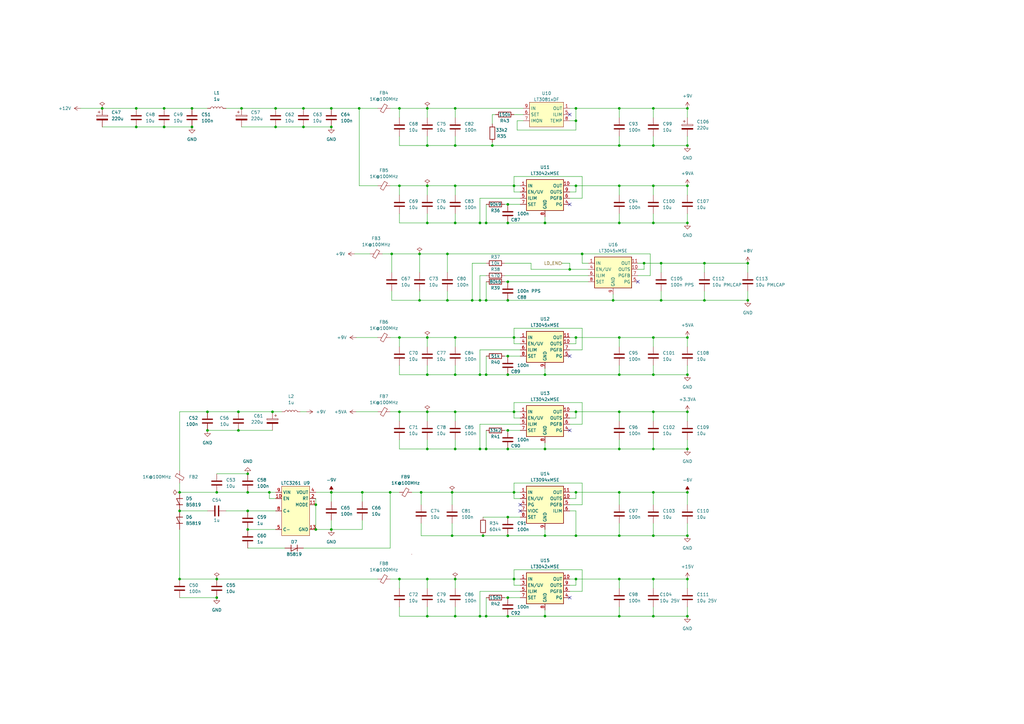
<source format=kicad_sch>
(kicad_sch (version 20230121) (generator eeschema)
  (paper "A3")
  (title_block (title "analog supply") (date "2023-11-09") (rev "r0_3") (company "M-Labs Limited") (comment 1 "Linus Woo Chun Kit"))
  (junction (at 175.26 237.49))
  (junction (at 223.52 184.15))
  (junction (at 236.22 76.2))
  (junction (at 210.82 201.93))
  (junction (at 78.74 44.45))
  (junction (at 210.82 76.2))
  (junction (at 236.22 168.91))
  (junction (at 185.42 219.71))
  (junction (at 101.6 217.17))
  (junction (at 254 184.15))
  (junction (at 208.28 245.11))
  (junction (at 185.42 201.93))
  (junction (at 208.28 176.53))
  (junction (at 135.89 217.17))
  (junction (at 147.32 44.45))
  (junction (at 193.675 123.19))
  (junction (at 210.82 138.43))
  (junction (at 254 91.44))
  (junction (at 236.22 49.53))
  (junction (at 208.28 252.73))
  (junction (at 196.85 184.15))
  (junction (at 88.9 237.49))
  (junction (at 199.39 252.73))
  (junction (at 186.69 138.43))
  (junction (at 208.28 184.15))
  (junction (at 78.74 52.07))
  (junction (at 254 44.45))
  (junction (at 238.76 104.14))
  (junction (at 267.97 76.2))
  (junction (at 199.39 153.67))
  (junction (at 254 237.49))
  (junction (at 111.76 168.91))
  (junction (at 163.83 76.2))
  (junction (at 306.705 107.95))
  (junction (at 99.06 44.45))
  (junction (at 67.31 52.07))
  (junction (at 175.26 59.69))
  (junction (at 267.97 201.93))
  (junction (at 113.03 52.07))
  (junction (at 175.26 153.67))
  (junction (at 175.26 91.44))
  (junction (at 41.91 44.45))
  (junction (at 281.94 138.43))
  (junction (at 267.97 138.43))
  (junction (at 172.085 104.14))
  (junction (at 85.09 168.91))
  (junction (at 196.85 91.44))
  (junction (at 199.39 123.19))
  (junction (at 267.97 252.73))
  (junction (at 281.94 237.49))
  (junction (at 186.69 252.73))
  (junction (at 208.28 123.19))
  (junction (at 254 219.71))
  (junction (at 97.79 168.91))
  (junction (at 148.59 201.93))
  (junction (at 223.52 153.67))
  (junction (at 223.52 91.44))
  (junction (at 236.22 44.45))
  (junction (at 101.6 209.55))
  (junction (at 281.94 76.2))
  (junction (at 281.94 201.93))
  (junction (at 281.94 168.91))
  (junction (at 183.515 104.14))
  (junction (at 306.705 123.19))
  (junction (at 281.94 44.45))
  (junction (at 186.69 237.49))
  (junction (at 186.69 184.15))
  (junction (at 163.83 168.91))
  (junction (at 236.22 219.71))
  (junction (at 254 168.91))
  (junction (at 281.94 252.73))
  (junction (at 251.46 123.19))
  (junction (at 186.69 76.2))
  (junction (at 198.12 219.71))
  (junction (at 281.94 184.15))
  (junction (at 267.97 44.45))
  (junction (at 135.89 201.93))
  (junction (at 233.68 110.49))
  (junction (at 186.69 91.44))
  (junction (at 267.97 168.91))
  (junction (at 175.26 168.91))
  (junction (at 281.94 219.71))
  (junction (at 160.02 201.93))
  (junction (at 186.69 59.69))
  (junction (at 208.28 83.82))
  (junction (at 135.89 52.07))
  (junction (at 236.22 201.93))
  (junction (at 113.03 44.45))
  (junction (at 254 153.67))
  (junction (at 254 138.43))
  (junction (at 210.82 168.91))
  (junction (at 281.94 91.44))
  (junction (at 254 59.69))
  (junction (at 267.97 184.15))
  (junction (at 288.925 123.19))
  (junction (at 254 76.2))
  (junction (at 101.6 201.93))
  (junction (at 163.83 138.43))
  (junction (at 183.515 123.19))
  (junction (at 175.26 252.73))
  (junction (at 135.89 44.45))
  (junction (at 196.85 123.19))
  (junction (at 208.28 91.44))
  (junction (at 172.72 201.93))
  (junction (at 208.28 153.67))
  (junction (at 73.66 209.55))
  (junction (at 201.93 59.69))
  (junction (at 267.97 237.49))
  (junction (at 208.28 212.09))
  (junction (at 196.85 252.73))
  (junction (at 124.46 52.07))
  (junction (at 175.26 184.15))
  (junction (at 160.655 104.14))
  (junction (at 186.69 153.67))
  (junction (at 88.9 201.93))
  (junction (at 254 201.93))
  (junction (at 85.09 176.53))
  (junction (at 110.49 201.93))
  (junction (at 208.28 115.57))
  (junction (at 264.16 107.95))
  (junction (at 267.97 219.71))
  (junction (at 208.28 146.05))
  (junction (at 223.52 252.73))
  (junction (at 73.66 201.93))
  (junction (at 172.085 123.19))
  (junction (at 281.94 59.69))
  (junction (at 97.79 176.53))
  (junction (at 267.97 59.69))
  (junction (at 55.88 52.07))
  (junction (at 236.22 237.49))
  (junction (at 281.94 153.67))
  (junction (at 223.52 219.71))
  (junction (at 208.28 219.71))
  (junction (at 288.925 107.95))
  (junction (at 175.26 76.2))
  (junction (at 175.26 138.43))
  (junction (at 163.83 44.45))
  (junction (at 199.39 184.15))
  (junction (at 101.6 194.31))
  (junction (at 88.9 245.11))
  (junction (at 267.97 91.44))
  (junction (at 271.145 123.19))
  (junction (at 175.26 44.45))
  (junction (at 210.82 237.49))
  (junction (at 254 252.73))
  (junction (at 73.66 237.49))
  (junction (at 163.83 237.49))
  (junction (at 186.69 168.91))
  (junction (at 129.54 207.01))
  (junction (at 67.31 44.45))
  (junction (at 267.97 153.67))
  (junction (at 124.46 44.45))
  (junction (at 55.88 44.45))
  (junction (at 186.69 44.45))
  (junction (at 271.145 107.95))
  (junction (at 129.54 217.17))
  (junction (at 236.22 138.43))
  (junction (at 199.39 91.44))
  (junction (at 196.85 153.67))
  (no_connect (at 233.68 176.53))
  (no_connect (at 233.68 245.11))
  (no_connect (at 261.62 115.57))
  (no_connect (at 233.68 46.99))
  (no_connect (at 213.36 209.55))
  (no_connect (at 213.36 207.01))
  (no_connect (at 233.68 83.82))
  (no_connect (at 233.68 146.05))
  (wire (pts (xy 88.9 201.93) (xy 101.6 201.93)))
  (wire (pts (xy 207.01 176.53) (xy 208.28 176.53)))
  (wire (pts (xy 267.97 214.63) (xy 267.97 219.71)))
  (wire (pts (xy 267.97 153.67) (xy 267.97 149.86)))
  (wire (pts (xy 196.85 81.28) (xy 196.85 91.44)))
  (wire (pts (xy 175.26 241.3) (xy 175.26 237.49)))
  (wire (pts (xy 160.02 237.49) (xy 163.83 237.49)))
  (wire (pts (xy 254 237.49) (xy 254 241.3)))
  (wire (pts (xy 233.68 140.97) (xy 236.22 140.97)))
  (wire (pts (xy 148.59 201.93) (xy 148.59 205.74)))
  (wire (pts (xy 281.94 252.73) (xy 281.94 248.92)))
  (wire (pts (xy 271.145 107.95) (xy 271.145 111.76)))
  (wire (pts (xy 135.89 213.36) (xy 135.89 217.17)))
  (wire (pts (xy 163.83 252.73) (xy 163.83 248.92)))
  (wire (pts (xy 208.28 176.53) (xy 213.36 176.53)))
  (wire (pts (xy 124.46 44.45) (xy 135.89 44.45)))
  (wire (pts (xy 135.89 217.17) (xy 129.54 217.17)))
  (wire (pts (xy 201.93 58.42) (xy 201.93 59.69)))
  (wire (pts (xy 196.85 91.44) (xy 199.39 91.44)))
  (wire (pts (xy 288.925 107.95) (xy 288.925 111.76)))
  (wire (pts (xy 267.97 252.73) (xy 281.94 252.73)))
  (wire (pts (xy 156.845 104.14) (xy 160.655 104.14)))
  (wire (pts (xy 186.69 172.72) (xy 186.69 168.91)))
  (wire (pts (xy 196.85 113.03) (xy 199.39 113.03)))
  (wire (pts (xy 236.22 219.71) (xy 223.52 219.71)))
  (wire (pts (xy 172.085 123.19) (xy 183.515 123.19)))
  (wire (pts (xy 175.26 252.73) (xy 175.26 248.92)))
  (wire (pts (xy 183.515 123.19) (xy 193.675 123.19)))
  (wire (pts (xy 185.42 219.71) (xy 198.12 219.71)))
  (wire (pts (xy 201.93 50.8) (xy 201.93 46.99)))
  (wire (pts (xy 267.97 153.67) (xy 281.94 153.67)))
  (wire (pts (xy 85.09 176.53) (xy 97.79 176.53)))
  (wire (pts (xy 207.01 115.57) (xy 208.28 115.57)))
  (wire (pts (xy 172.085 123.19) (xy 172.085 119.38)))
  (wire (pts (xy 210.82 76.2) (xy 213.36 76.2)))
  (wire (pts (xy 85.09 168.91) (xy 97.79 168.91)))
  (wire (pts (xy 163.83 59.69) (xy 175.26 59.69)))
  (wire (pts (xy 210.82 237.49) (xy 213.36 237.49)))
  (wire (pts (xy 254 219.71) (xy 254 214.63)))
  (wire (pts (xy 199.39 184.15) (xy 208.28 184.15)))
  (wire (pts (xy 129.54 201.93) (xy 135.89 201.93)))
  (wire (pts (xy 175.26 142.24) (xy 175.26 138.43)))
  (wire (pts (xy 199.39 252.73) (xy 208.28 252.73)))
  (wire (pts (xy 186.69 80.01) (xy 186.69 76.2)))
  (wire (pts (xy 199.39 245.11) (xy 199.39 252.73)))
  (wire (pts (xy 172.72 214.63) (xy 172.72 219.71)))
  (wire (pts (xy 92.71 209.55) (xy 101.6 209.55)))
  (wire (pts (xy 183.515 104.14) (xy 238.76 104.14)))
  (wire (pts (xy 208.28 184.15) (xy 223.52 184.15)))
  (wire (pts (xy 175.26 184.15) (xy 186.69 184.15)))
  (wire (pts (xy 208.28 91.44) (xy 223.52 91.44)))
  (wire (pts (xy 213.36 204.47) (xy 210.82 204.47)))
  (wire (pts (xy 135.89 44.45) (xy 147.32 44.45)))
  (wire (pts (xy 254 219.71) (xy 267.97 219.71)))
  (wire (pts (xy 208.28 115.57) (xy 241.3 115.57)))
  (wire (pts (xy 163.83 252.73) (xy 175.26 252.73)))
  (wire (pts (xy 185.42 201.93) (xy 210.82 201.93)))
  (wire (pts (xy 186.69 168.91) (xy 210.82 168.91)))
  (wire (pts (xy 199.39 115.57) (xy 199.39 123.19)))
  (wire (pts (xy 175.26 76.2) (xy 186.69 76.2)))
  (wire (pts (xy 186.69 91.44) (xy 186.69 87.63)))
  (wire (pts (xy 199.39 146.05) (xy 199.39 153.67)))
  (wire (pts (xy 254 153.67) (xy 254 149.86)))
  (wire (pts (xy 238.76 134.62) (xy 210.82 134.62)))
  (wire (pts (xy 199.39 153.67) (xy 208.28 153.67)))
  (wire (pts (xy 172.72 219.71) (xy 185.42 219.71)))
  (wire (pts (xy 223.52 91.44) (xy 254 91.44)))
  (wire (pts (xy 236.22 240.03) (xy 236.22 237.49)))
  (wire (pts (xy 101.6 224.79) (xy 116.84 224.79)))
  (wire (pts (xy 198.12 219.71) (xy 208.28 219.71)))
  (wire (pts (xy 254 184.15) (xy 254 180.34)))
  (wire (pts (xy 210.82 140.97) (xy 210.82 138.43)))
  (wire (pts (xy 55.88 52.07) (xy 67.31 52.07)))
  (wire (pts (xy 196.85 81.28) (xy 213.36 81.28)))
  (wire (pts (xy 267.97 59.69) (xy 254 59.69)))
  (wire (pts (xy 212.09 49.53) (xy 214.63 49.53)))
  (wire (pts (xy 271.145 107.95) (xy 288.925 107.95)))
  (wire (pts (xy 267.97 91.44) (xy 267.97 87.63)))
  (wire (pts (xy 223.52 250.19) (xy 223.52 252.73)))
  (wire (pts (xy 271.145 123.19) (xy 271.145 119.38)))
  (wire (pts (xy 254 201.93) (xy 267.97 201.93)))
  (wire (pts (xy 186.69 44.45) (xy 214.63 44.45)))
  (wire (pts (xy 196.85 173.99) (xy 213.36 173.99)))
  (wire (pts (xy 175.26 184.15) (xy 175.26 180.34)))
  (wire (pts (xy 261.62 113.03) (xy 266.7 113.03)))
  (wire (pts (xy 238.76 107.95) (xy 241.3 107.95)))
  (wire (pts (xy 186.69 241.3) (xy 186.69 237.49)))
  (wire (pts (xy 254 237.49) (xy 267.97 237.49)))
  (wire (pts (xy 146.05 168.91) (xy 154.94 168.91)))
  (wire (pts (xy 236.22 237.49) (xy 254 237.49)))
  (wire (pts (xy 210.82 201.93) (xy 213.36 201.93)))
  (wire (pts (xy 236.22 44.45) (xy 236.22 49.53)))
  (wire (pts (xy 207.01 245.11) (xy 208.28 245.11)))
  (wire (pts (xy 210.82 78.74) (xy 210.82 76.2)))
  (wire (pts (xy 196.85 252.73) (xy 199.39 252.73)))
  (wire (pts (xy 186.69 153.67) (xy 196.85 153.67)))
  (wire (pts (xy 236.22 219.71) (xy 254 219.71)))
  (wire (pts (xy 210.82 138.43) (xy 213.36 138.43)))
  (wire (pts (xy 73.66 198.12) (xy 73.66 201.93)))
  (wire (pts (xy 238.76 173.99) (xy 238.76 165.1)))
  (wire (pts (xy 175.26 172.72) (xy 175.26 168.91)))
  (wire (pts (xy 113.03 52.07) (xy 124.46 52.07)))
  (wire (pts (xy 73.66 237.49) (xy 73.66 217.17)))
  (wire (pts (xy 238.76 165.1) (xy 210.82 165.1)))
  (wire (pts (xy 208.28 123.19) (xy 251.46 123.19)))
  (wire (pts (xy 199.39 107.95) (xy 193.675 107.95)))
  (wire (pts (xy 113.03 44.45) (xy 124.46 44.45)))
  (wire (pts (xy 281.94 76.2) (xy 281.94 80.01)))
  (wire (pts (xy 163.83 172.72) (xy 163.83 168.91)))
  (wire (pts (xy 281.94 184.15) (xy 281.94 180.34)))
  (wire (pts (xy 201.93 46.99) (xy 203.2 46.99)))
  (wire (pts (xy 266.7 104.14) (xy 238.76 104.14)))
  (wire (pts (xy 210.82 240.03) (xy 210.82 237.49)))
  (wire (pts (xy 281.94 168.91) (xy 281.94 172.72)))
  (wire (pts (xy 160.655 104.14) (xy 172.085 104.14)))
  (wire (pts (xy 233.68 143.51) (xy 238.76 143.51)))
  (wire (pts (xy 254 48.26) (xy 254 44.45)))
  (wire (pts (xy 196.85 113.03) (xy 196.85 123.19)))
  (wire (pts (xy 236.22 201.93) (xy 254 201.93)))
  (wire (pts (xy 73.66 237.49) (xy 88.9 237.49)))
  (wire (pts (xy 175.26 168.91) (xy 186.69 168.91)))
  (wire (pts (xy 233.68 240.03) (xy 236.22 240.03)))
  (wire (pts (xy 201.93 59.69) (xy 254 59.69)))
  (wire (pts (xy 175.26 44.45) (xy 186.69 44.45)))
  (wire (pts (xy 160.02 44.45) (xy 163.83 44.45)))
  (wire (pts (xy 124.46 52.07) (xy 135.89 52.07)))
  (wire (pts (xy 236.22 138.43) (xy 254 138.43)))
  (wire (pts (xy 110.49 201.93) (xy 113.03 201.93)))
  (wire (pts (xy 233.68 173.99) (xy 238.76 173.99)))
  (wire (pts (xy 217.805 107.95) (xy 217.805 110.49)))
  (wire (pts (xy 210.82 134.62) (xy 210.82 138.43)))
  (wire (pts (xy 267.97 76.2) (xy 267.97 80.01)))
  (wire (pts (xy 267.97 138.43) (xy 281.94 138.43)))
  (wire (pts (xy 254 44.45) (xy 267.97 44.45)))
  (wire (pts (xy 254 91.44) (xy 267.97 91.44)))
  (wire (pts (xy 288.925 123.19) (xy 288.925 119.38)))
  (wire (pts (xy 266.7 113.03) (xy 266.7 104.14)))
  (wire (pts (xy 223.52 151.13) (xy 223.52 153.67)))
  (wire (pts (xy 233.68 110.49) (xy 241.3 110.49)))
  (wire (pts (xy 233.68 138.43) (xy 236.22 138.43)))
  (wire (pts (xy 163.83 59.69) (xy 163.83 55.88)))
  (wire (pts (xy 233.68 81.28) (xy 238.76 81.28)))
  (wire (pts (xy 196.85 153.67) (xy 199.39 153.67)))
  (wire (pts (xy 160.655 123.19) (xy 172.085 123.19)))
  (wire (pts (xy 223.52 181.61) (xy 223.52 184.15)))
  (wire (pts (xy 113.03 204.47) (xy 110.49 204.47)))
  (wire (pts (xy 73.66 245.11) (xy 88.9 245.11)))
  (wire (pts (xy 186.69 59.69) (xy 201.93 59.69)))
  (wire (pts (xy 186.69 153.67) (xy 186.69 149.86)))
  (wire (pts (xy 183.515 123.19) (xy 183.515 119.38)))
  (wire (pts (xy 233.68 76.2) (xy 236.22 76.2)))
  (wire (pts (xy 185.42 214.63) (xy 185.42 219.71)))
  (wire (pts (xy 208.28 252.73) (xy 223.52 252.73)))
  (wire (pts (xy 175.26 252.73) (xy 186.69 252.73)))
  (wire (pts (xy 168.91 201.93) (xy 172.72 201.93)))
  (wire (pts (xy 186.69 48.26) (xy 186.69 44.45)))
  (wire (pts (xy 135.89 201.93) (xy 148.59 201.93)))
  (wire (pts (xy 115.57 168.91) (xy 111.76 168.91)))
  (wire (pts (xy 123.19 168.91) (xy 125.73 168.91)))
  (wire (pts (xy 267.97 44.45) (xy 281.94 44.45)))
  (wire (pts (xy 199.39 176.53) (xy 199.39 184.15)))
  (wire (pts (xy 254 168.91) (xy 254 172.72)))
  (wire (pts (xy 254 201.93) (xy 254 207.01)))
  (wire (pts (xy 185.42 201.93) (xy 185.42 207.01)))
  (wire (pts (xy 135.89 201.93) (xy 135.89 205.74)))
  (wire (pts (xy 213.36 78.74) (xy 210.82 78.74)))
  (wire (pts (xy 267.97 48.26) (xy 267.97 44.45)))
  (wire (pts (xy 163.83 237.49) (xy 175.26 237.49)))
  (wire (pts (xy 196.85 143.51) (xy 213.36 143.51)))
  (wire (pts (xy 186.69 252.73) (xy 186.69 248.92)))
  (wire (pts (xy 175.26 153.67) (xy 175.26 149.86)))
  (wire (pts (xy 233.68 168.91) (xy 236.22 168.91)))
  (wire (pts (xy 212.09 49.53) (xy 212.09 53.34)))
  (wire (pts (xy 186.69 138.43) (xy 210.82 138.43)))
  (wire (pts (xy 236.22 49.53) (xy 233.68 49.53)))
  (wire (pts (xy 271.145 123.19) (xy 288.925 123.19)))
  (wire (pts (xy 233.68 171.45) (xy 236.22 171.45)))
  (wire (pts (xy 254 91.44) (xy 254 87.63)))
  (wire (pts (xy 238.76 81.28) (xy 238.76 72.39)))
  (wire (pts (xy 213.36 240.03) (xy 210.82 240.03)))
  (wire (pts (xy 236.22 209.55) (xy 236.22 219.71)))
  (wire (pts (xy 163.83 80.01) (xy 163.83 76.2)))
  (wire (pts (xy 254 153.67) (xy 267.97 153.67)))
  (wire (pts (xy 101.6 217.17) (xy 113.03 217.17)))
  (wire (pts (xy 163.83 241.3) (xy 163.83 237.49)))
  (wire (pts (xy 233.68 242.57) (xy 238.76 242.57)))
  (wire (pts (xy 236.22 168.91) (xy 254 168.91)))
  (wire (pts (xy 223.52 219.71) (xy 223.52 217.17)))
  (wire (pts (xy 160.02 224.79) (xy 160.02 201.93)))
  (wire (pts (xy 163.83 48.26) (xy 163.83 44.45)))
  (wire (pts (xy 236.22 53.34) (xy 236.22 49.53)))
  (wire (pts (xy 78.74 44.45) (xy 85.09 44.45)))
  (wire (pts (xy 267.97 201.93) (xy 281.94 201.93)))
  (wire (pts (xy 148.59 217.17) (xy 135.89 217.17)))
  (wire (pts (xy 92.71 44.45) (xy 99.06 44.45)))
  (wire (pts (xy 281.94 44.45) (xy 281.94 48.26)))
  (wire (pts (xy 175.26 48.26) (xy 175.26 44.45)))
  (wire (pts (xy 163.83 153.67) (xy 175.26 153.67)))
  (wire (pts (xy 175.26 153.67) (xy 186.69 153.67)))
  (wire (pts (xy 160.02 201.93) (xy 163.83 201.93)))
  (wire (pts (xy 267.97 237.49) (xy 281.94 237.49)))
  (wire (pts (xy 172.085 111.76) (xy 172.085 104.14)))
  (wire (pts (xy 207.01 107.95) (xy 217.805 107.95)))
  (wire (pts (xy 110.49 204.47) (xy 110.49 201.93)))
  (wire (pts (xy 175.26 59.69) (xy 175.26 55.88)))
  (wire (pts (xy 210.82 168.91) (xy 213.36 168.91)))
  (wire (pts (xy 267.97 201.93) (xy 267.97 207.01)))
  (wire (pts (xy 198.12 212.09) (xy 208.28 212.09)))
  (wire (pts (xy 254 252.73) (xy 254 248.92)))
  (wire (pts (xy 233.68 78.74) (xy 236.22 78.74)))
  (wire (pts (xy 172.72 201.93) (xy 172.72 207.01)))
  (wire (pts (xy 33.02 44.45) (xy 41.91 44.45)))
  (wire (pts (xy 238.76 72.39) (xy 210.82 72.39)))
  (wire (pts (xy 199.39 123.19) (xy 208.28 123.19)))
  (wire (pts (xy 254 252.73) (xy 267.97 252.73)))
  (wire (pts (xy 264.16 107.95) (xy 271.145 107.95)))
  (wire (pts (xy 236.22 140.97) (xy 236.22 138.43)))
  (wire (pts (xy 129.54 207.01) (xy 129.54 217.17)))
  (wire (pts (xy 267.97 252.73) (xy 267.97 248.92)))
  (wire (pts (xy 261.62 110.49) (xy 264.16 110.49)))
  (wire (pts (xy 41.91 44.45) (xy 55.88 44.45)))
  (wire (pts (xy 186.69 59.69) (xy 186.69 55.88)))
  (wire (pts (xy 163.83 76.2) (xy 175.26 76.2)))
  (wire (pts (xy 154.94 76.2) (xy 147.32 76.2)))
  (wire (pts (xy 254 55.88) (xy 254 59.69)))
  (wire (pts (xy 163.83 153.67) (xy 163.83 149.86)))
  (wire (pts (xy 288.925 123.19) (xy 306.705 123.19)))
  (wire (pts (xy 172.085 104.14) (xy 183.515 104.14)))
  (wire (pts (xy 196.85 242.57) (xy 196.85 252.73)))
  (wire (pts (xy 267.97 91.44) (xy 281.94 91.44)))
  (wire (pts (xy 73.66 209.55) (xy 85.09 209.55)))
  (wire (pts (xy 186.69 237.49) (xy 210.82 237.49)))
  (wire (pts (xy 101.6 201.93) (xy 110.49 201.93)))
  (wire (pts (xy 99.06 44.45) (xy 113.03 44.45)))
  (wire (pts (xy 186.69 184.15) (xy 186.69 180.34)))
  (wire (pts (xy 264.16 110.49) (xy 264.16 107.95)))
  (wire (pts (xy 73.66 168.91) (xy 73.66 193.04)))
  (wire (pts (xy 210.82 46.99) (xy 214.63 46.99)))
  (wire (pts (xy 147.32 44.45) (xy 147.32 76.2)))
  (wire (pts (xy 145.415 104.14) (xy 151.765 104.14)))
  (wire (pts (xy 175.26 91.44) (xy 186.69 91.44)))
  (wire (pts (xy 261.62 107.95) (xy 264.16 107.95)))
  (wire (pts (xy 210.82 72.39) (xy 210.82 76.2)))
  (wire (pts (xy 254 76.2) (xy 267.97 76.2)))
  (wire (pts (xy 233.68 237.49) (xy 236.22 237.49)))
  (wire (pts (xy 193.675 123.19) (xy 196.85 123.19)))
  (wire (pts (xy 196.85 123.19) (xy 199.39 123.19)))
  (wire (pts (xy 238.76 198.12) (xy 210.82 198.12)))
  (wire (pts (xy 233.68 44.45) (xy 236.22 44.45)))
  (wire (pts (xy 146.05 138.43) (xy 154.94 138.43)))
  (wire (pts (xy 196.85 143.51) (xy 196.85 153.67)))
  (wire (pts (xy 281.94 91.44) (xy 281.94 87.63)))
  (wire (pts (xy 41.91 52.07) (xy 55.88 52.07)))
  (wire (pts (xy 196.85 173.99) (xy 196.85 184.15)))
  (wire (pts (xy 281.94 138.43) (xy 281.94 142.24)))
  (wire (pts (xy 281.94 153.67) (xy 281.94 149.86)))
  (wire (pts (xy 233.68 204.47) (xy 236.22 204.47)))
  (wire (pts (xy 199.39 91.44) (xy 208.28 91.44)))
  (wire (pts (xy 230.505 107.95) (xy 233.68 107.95)))
  (wire (pts (xy 238.76 207.01) (xy 238.76 198.12)))
  (wire (pts (xy 163.83 168.91) (xy 175.26 168.91)))
  (wire (pts (xy 236.22 78.74) (xy 236.22 76.2)))
  (wire (pts (xy 207.01 146.05) (xy 208.28 146.05)))
  (wire (pts (xy 196.85 184.15) (xy 199.39 184.15)))
  (wire (pts (xy 233.68 107.95) (xy 233.68 110.49)))
  (wire (pts (xy 212.09 53.34) (xy 236.22 53.34)))
  (wire (pts (xy 196.85 242.57) (xy 213.36 242.57)))
  (wire (pts (xy 208.28 153.67) (xy 223.52 153.67)))
  (wire (pts (xy 210.82 171.45) (xy 210.82 168.91)))
  (wire (pts (xy 186.69 76.2) (xy 210.82 76.2)))
  (wire (pts (xy 210.82 198.12) (xy 210.82 201.93)))
  (wire (pts (xy 147.32 44.45) (xy 154.94 44.45)))
  (wire (pts (xy 213.36 140.97) (xy 210.82 140.97)))
  (wire (pts (xy 238.76 242.57) (xy 238.76 233.68)))
  (wire (pts (xy 88.9 194.31) (xy 101.6 194.31)))
  (wire (pts (xy 306.705 123.19) (xy 306.705 119.38)))
  (wire (pts (xy 267.97 168.91) (xy 267.97 172.72)))
  (wire (pts (xy 267.97 76.2) (xy 281.94 76.2)))
  (wire (pts (xy 186.69 142.24) (xy 186.69 138.43)))
  (wire (pts (xy 281.94 55.88) (xy 281.94 59.69)))
  (wire (pts (xy 67.31 52.07) (xy 78.74 52.07)))
  (wire (pts (xy 210.82 204.47) (xy 210.82 201.93)))
  (wire (pts (xy 238.76 233.68) (xy 210.82 233.68)))
  (wire (pts (xy 254 138.43) (xy 267.97 138.43)))
  (wire (pts (xy 251.46 120.65) (xy 251.46 123.19)))
  (wire (pts (xy 267.97 219.71) (xy 281.94 219.71)))
  (wire (pts (xy 208.28 245.11) (xy 213.36 245.11)))
  (wire (pts (xy 223.52 88.9) (xy 223.52 91.44)))
  (wire (pts (xy 73.66 168.91) (xy 85.09 168.91)))
  (wire (pts (xy 267.97 237.49) (xy 267.97 241.3)))
  (wire (pts (xy 254 184.15) (xy 267.97 184.15)))
  (wire (pts (xy 236.22 171.45) (xy 236.22 168.91)))
  (wire (pts (xy 210.82 233.68) (xy 210.82 237.49)))
  (wire (pts (xy 160.655 111.76) (xy 160.655 104.14)))
  (wire (pts (xy 55.88 44.45) (xy 67.31 44.45)))
  (wire (pts (xy 199.39 83.82) (xy 199.39 91.44)))
  (wire (pts (xy 160.02 168.91) (xy 163.83 168.91)))
  (wire (pts (xy 124.46 224.79) (xy 160.02 224.79)))
  (wire (pts (xy 254 138.43) (xy 254 142.24)))
  (wire (pts (xy 208.28 212.09) (xy 213.36 212.09)))
  (wire (pts (xy 210.82 165.1) (xy 210.82 168.91)))
  (wire (pts (xy 288.925 107.95) (xy 306.705 107.95)))
  (wire (pts (xy 160.02 76.2) (xy 163.83 76.2)))
  (wire (pts (xy 160.655 123.19) (xy 160.655 119.38)))
  (wire (pts (xy 67.31 44.45) (xy 78.74 44.45)))
  (wire (pts (xy 175.26 59.69) (xy 186.69 59.69)))
  (wire (pts (xy 163.83 184.15) (xy 175.26 184.15)))
  (wire (pts (xy 208.28 146.05) (xy 213.36 146.05)))
  (wire (pts (xy 175.26 237.49) (xy 186.69 237.49)))
  (wire (pts (xy 254 168.91) (xy 267.97 168.91)))
  (wire (pts (xy 111.76 168.91) (xy 97.79 168.91)))
  (wire (pts (xy 183.515 111.76) (xy 183.515 104.14)))
  (wire (pts (xy 160.02 201.93) (xy 148.59 201.93)))
  (wire (pts (xy 172.72 201.93) (xy 185.42 201.93)))
  (wire (pts (xy 175.26 91.44) (xy 175.26 87.63)))
  (wire (pts (xy 281.94 201.93) (xy 281.94 207.01)))
  (wire (pts (xy 99.06 52.07) (xy 113.03 52.07)))
  (wire (pts (xy 101.6 209.55) (xy 113.03 209.55)))
  (wire (pts (xy 223.52 153.67) (xy 254 153.67)))
  (wire (pts (xy 238.76 143.51) (xy 238.76 134.62)))
  (wire (pts (xy 73.66 201.93) (xy 88.9 201.93)))
  (wire (pts (xy 175.26 138.43) (xy 186.69 138.43)))
  (wire (pts (xy 267.97 168.91) (xy 281.94 168.91)))
  (wire (pts (xy 233.68 207.01) (xy 238.76 207.01)))
  (wire (pts (xy 163.83 91.44) (xy 175.26 91.44)))
  (wire (pts (xy 236.22 76.2) (xy 254 76.2)))
  (wire (pts (xy 236.22 204.47) (xy 236.22 201.93)))
  (wire (pts (xy 193.675 107.95) (xy 193.675 123.19)))
  (wire (pts (xy 236.22 44.45) (xy 254 44.45)))
  (wire (pts (xy 160.02 138.43) (xy 163.83 138.43)))
  (wire (pts (xy 208.28 219.71) (xy 223.52 219.71)))
  (wire (pts (xy 236.22 209.55) (xy 233.68 209.55)))
  (wire (pts (xy 111.76 176.53) (xy 97.79 176.53)))
  (wire (pts (xy 186.69 184.15) (xy 196.85 184.15)))
  (wire (pts (xy 267.97 184.15) (xy 267.97 180.34)))
  (wire (pts (xy 207.01 83.82) (xy 208.28 83.82)))
  (wire (pts (xy 267.97 138.43) (xy 267.97 142.24)))
  (wire (pts (xy 217.805 110.49) (xy 233.68 110.49)))
  (wire (pts (xy 213.36 171.45) (xy 210.82 171.45)))
  (wire (pts (xy 233.68 201.93) (xy 236.22 201.93)))
  (wire (pts (xy 254 76.2) (xy 254 80.01)))
  (wire (pts (xy 251.46 123.19) (xy 271.145 123.19)))
  (wire (pts (xy 163.83 44.45) (xy 175.26 44.45)))
  (wire (pts (xy 223.52 184.15) (xy 254 184.15)))
  (wire (pts (xy 163.83 138.43) (xy 175.26 138.43)))
  (wire (pts (xy 208.28 83.82) (xy 213.36 83.82)))
  (wire (pts (xy 186.69 91.44) (xy 196.85 91.44)))
  (wire (pts (xy 163.83 91.44) (xy 163.83 87.63)))
  (wire (pts (xy 306.705 107.95) (xy 306.705 111.76)))
  (wire (pts (xy 281.94 237.49) (xy 281.94 241.3)))
  (wire (pts (xy 148.59 213.36) (xy 148.59 217.17)))
  (wire (pts (xy 267.97 55.88) (xy 267.97 59.69)))
  (wire (pts (xy 129.54 204.47) (xy 129.54 207.01)))
  (wire (pts (xy 267.97 59.69) (xy 281.94 59.69)))
  (wire (pts (xy 223.52 252.73) (xy 254 252.73)))
  (wire (pts (xy 186.69 252.73) (xy 196.85 252.73)))
  (wire (pts (xy 267.97 184.15) (xy 281.94 184.15)))
  (wire (pts (xy 238.76 104.14) (xy 238.76 107.95)))
  (wire (pts (xy 281.94 214.63) (xy 281.94 219.71)))
  (wire (pts (xy 175.26 80.01) (xy 175.26 76.2)))
  (wire (pts (xy 163.83 184.15) (xy 163.83 180.34)))
  (wire (pts (xy 88.9 237.49) (xy 154.94 237.49)))
  (wire (pts (xy 207.01 113.03) (xy 241.3 113.03)))
  (wire (pts (xy 163.83 142.24) (xy 163.83 138.43)))
  (hierarchical_label "LD_EN" (shape input) (at 230.505 107.95 180))
  (symbol (lib_id "Device:R") (at 198.12 215.9 0) (unit 1)
    (property "Reference" "R34" (at 200.66 214.6299 0) (effects (justify left)))
    (property "Value" "60k4" (at 200.66 217.1699 0) (effects (justify left)))
    (property "Footprint" "Resistor_SMD:R_0603_1608Metric" (effects hide))
    (property "MFR_PN" "RT0603FRE0760K4L" (effects hide))
    (property "MFR_PN_ALT" "RC0603FR-0760K4L" (effects hide))
  )
  (symbol (lib_id "Device:C") (at 85.09 172.72 0) (mirror y) (unit 1)
    (property "Reference" "C52" (at 81.28 171.4499 0) (effects (justify left)))
    (property "Value" "100n" (at 81.28 173.9899 0) (effects (justify left)))
    (property "Footprint" "Capacitor_SMD:C_0603_1608Metric" (effects hide))
    (property "MFR_PN" "CL10B104KB8NNWC" (effects hide))
    (property "MFR_PN_ALT" "CL10B104KB8NNNL" (effects hide))
  )
  (symbol (lib_id "Device:C") (at 254 83.82 0) (unit 1)
    (property "Reference" "C94" (at 257.81 82.5499 0) (effects (justify left)))
    (property "Value" "100n" (at 257.81 85.0899 0) (effects (justify left)))
    (property "Footprint" "Capacitor_SMD:C_0603_1608Metric" (effects hide))
    (property "MFR_PN" "CL10B104KB8NNWC" (effects hide))
    (property "MFR_PN_ALT" "CL10B104KB8NNNL" (effects hide))
  )
  (symbol (lib_id "power:+5VA") (at 281.94 138.43 0) (unit 1)
    (property "Reference" "#PWR089" (effects hide))
    (property "Value" "+5VA" (at 281.94 133.35 0))
  )
  (symbol (lib_id "Device:C") (at 101.6 213.36 0) (unit 1)
    (property "Reference" "C59" (at 105.41 212.0899 0) (effects (justify left)))
    (property "Value" "1u" (at 105.41 214.6299 0) (effects (justify left)))
    (property "Footprint" "Capacitor_SMD:C_0603_1608Metric" (effects hide))
    (property "MFR_PN" "CL10B105KA8NNNC" (effects hide))
    (property "MFR_PN_ALT" "CGA3E1X7R1E105K080AC" (effects hide))
  )
  (symbol (lib_id "power:PWR_FLAG") (at 175.26 76.2 0) (unit 1)
    (property "Reference" "#FLG010" (effects hide))
    (property "Value" "PWR_FLAG" (effects hide))
  )
  (symbol (lib_id "Device:C") (at 148.59 209.55 0) (unit 1)
    (property "Reference" "C66" (at 152.4 208.2799 0) (effects (justify left)))
    (property "Value" "10u" (at 152.4 210.8199 0) (effects (justify left)))
    (property "Footprint" "Capacitor_SMD:C_0805_2012Metric" (effects hide))
    (property "MFR_PN" "CL21B106KOQNNNG" (effects hide))
    (property "MFR_PN_ALT" "CL21B106KOQNNNE" (effects hide))
  )
  (symbol (lib_id "Device:R") (at 203.2 83.82 90) (unit 1)
    (property "Reference" "R36" (at 203.2 86.36 90))
    (property "Value" "90k9" (at 203.2 83.82 90))
    (property "Footprint" "Resistor_SMD:R_0603_1608Metric" (effects hide))
    (property "MFR_PN" "RT0603FRE0790K9L" (effects hide))
    (property "MFR_PN_ALT" "ERJ-UP3F9092V" (effects hide))
  )
  (symbol (lib_id "Device:R") (at 203.2 245.11 90) (unit 1)
    (property "Reference" "R42" (at 203.2 247.65 90))
    (property "Value" "150k" (at 203.2 245.11 90))
    (property "Footprint" "Resistor_SMD:R_0603_1608Metric" (effects hide))
    (property "MFR_PN" "CRGCQ0603F150K" (effects hide))
    (property "MFR_PN_ALT" "RMCF0603FG150K" (effects hide))
  )
  (symbol (lib_id "Device:C") (at 281.94 210.82 0) (unit 1)
    (property "Reference" "C110" (at 285.75 209.5499 0) (effects (justify left)))
    (property "Value" "10u" (at 285.75 212.0899 0) (effects (justify left)))
    (property "Footprint" "Capacitor_SMD:C_0805_2012Metric" (effects hide))
    (property "MFR_PN" "GRM21BZ71E106KE15K" (effects hide))
    (property "MFR_PN_ALT" "GRM21BZ71E106KE15L" (effects hide))
  )
  (symbol (lib_id "Device:C") (at 186.69 83.82 0) (unit 1)
    (property "Reference" "C83" (at 190.5 82.5499 0) (effects (justify left)))
    (property "Value" "100n" (at 190.5 85.0899 0) (effects (justify left)))
    (property "Footprint" "Capacitor_SMD:C_0603_1608Metric" (effects hide))
    (property "MFR_PN" "CL10B104KB8NNWC" (effects hide))
    (property "MFR_PN_ALT" "CL10B104KB8NNNL" (effects hide))
  )
  (symbol (lib_id "Device:C") (at 113.03 48.26 0) (unit 1)
    (property "Reference" "C62" (at 116.84 46.9899 0) (effects (justify left)))
    (property "Value" "10u" (at 116.84 49.5299 0) (effects (justify left)))
    (property "Footprint" "Capacitor_SMD:C_0805_2012Metric" (effects hide))
    (property "MFR_PN" "CL21B106KOQNNNG" (effects hide))
    (property "MFR_PN_ALT" "CL21B106KOQNNNE" (effects hide))
  )
  (symbol (lib_id "power:PWR_FLAG") (at 172.085 104.14 0) (unit 1)
    (property "Reference" "#FLG08" (effects hide))
    (property "Value" "PWR_FLAG" (effects hide))
  )
  (symbol (lib_id "Device:FerriteBead_Small") (at 73.66 195.58 180) (unit 1)
    (property "Reference" "FB2" (at 77.47 195.58 0) (effects (justify right)))
    (property "Value" "1K@100MHz" (at 58.42 195.58 0) (effects (justify right)))
    (property "Footprint" "Inductor_SMD:L_1210_3225Metric" (effects hide))
    (property "MFR_PN" "FBMH3225HM102NT" (effects hide))
    (property "MFR_PN_ALT" "FBMH3225HM102NTV" (effects hide))
  )
  (symbol (lib_id "Device:C") (at 208.28 180.34 0) (unit 1)
    (property "Reference" "C90" (at 209.55 182.88 0) (effects (justify left)))
    (property "Value" "100n" (at 212.09 180.34 0) (effects (justify left)))
    (property "Footprint" "Capacitor_SMD:C_0603_1608Metric" (effects hide))
    (property "MFR_PN" "CL10B104KB8NNWC" (effects hide))
    (property "MFR_PN_ALT" "CL10B104KB8NNNL" (effects hide))
  )
  (symbol (lib_id "Device:C") (at 183.515 115.57 0) (unit 1)
    (property "Reference" "C80" (at 187.325 114.2999 0) (effects (justify left)))
    (property "Value" "100n" (at 187.325 116.8399 0) (effects (justify left)))
    (property "Footprint" "Capacitor_SMD:C_0603_1608Metric" (effects hide))
    (property "MFR_PN" "CL10B104KB8NNWC" (effects hide))
    (property "MFR_PN_ALT" "CL10B104KB8NNNL" (effects hide))
  )
  (symbol (lib_id "Device:C") (at 175.26 176.53 0) (unit 1)
    (property "Reference" "C78" (at 179.07 175.2599 0) (effects (justify left)))
    (property "Value" "10u" (at 179.07 177.7999 0) (effects (justify left)))
    (property "Footprint" "Capacitor_SMD:C_0805_2012Metric" (effects hide))
    (property "MFR_PN" "CL21B106KOQNNNG" (effects hide))
    (property "MFR_PN_ALT" "CL21B106KOQNNNE" (effects hide))
  )
  (symbol (lib_id "Device:C") (at 254 52.07 0) (unit 1)
    (property "Reference" "C93" (at 257.81 50.7999 0) (effects (justify left)))
    (property "Value" "100n" (at 257.81 53.3399 0) (effects (justify left)))
    (property "Footprint" "Capacitor_SMD:C_0603_1608Metric" (effects hide))
    (property "MFR_PN" "CL10B104KB8NNWC" (effects hide))
    (property "MFR_PN_ALT" "CL10B104KB8NNNL" (effects hide))
  )
  (symbol (lib_id "power:GND") (at 306.705 123.19 0) (unit 1)
    (property "Reference" "#PWR098" (effects hide))
    (property "Value" "GND" (at 306.705 128.27 0))
  )
  (symbol (lib_id "Device:C") (at 267.97 210.82 0) (unit 1)
    (property "Reference" "C103" (at 271.78 209.5499 0) (effects (justify left)))
    (property "Value" "10u" (at 271.78 212.0899 0) (effects (justify left)))
    (property "Footprint" "Capacitor_SMD:C_0805_2012Metric" (effects hide))
    (property "MFR_PN" "CL21B106KOQNNNG" (effects hide))
    (property "MFR_PN_ALT" "CL21B106KOQNNNE" (effects hide))
  )
  (symbol (lib_id "Device:C") (at 175.26 245.11 0) (unit 1)
    (property "Reference" "C79" (at 179.07 243.8399 0) (effects (justify left)))
    (property "Value" "10u" (at 179.07 246.3799 0) (effects (justify left)))
    (property "Footprint" "Capacitor_SMD:C_0805_2012Metric" (effects hide))
    (property "MFR_PN" "CL21B106KOQNNNG" (effects hide))
    (property "MFR_PN_ALT" "CL21B106KOQNNNE" (effects hide))
  )
  (symbol (lib_id "Device:C") (at 186.69 245.11 0) (unit 1)
    (property "Reference" "C86" (at 190.5 243.8399 0) (effects (justify left)))
    (property "Value" "100n" (at 190.5 246.3799 0) (effects (justify left)))
    (property "Footprint" "Capacitor_SMD:C_0603_1608Metric" (effects hide))
    (property "MFR_PN" "CL10B104KB8NNWC" (effects hide))
    (property "MFR_PN_ALT" "CL10B104KB8NNNL" (effects hide))
  )
  (symbol (lib_id "Device:R") (at 203.2 146.05 90) (unit 1)
    (property "Reference" "R40" (at 203.2 148.59 90))
    (property "Value" "51k" (at 203.2 146.05 90))
    (property "Footprint" "Resistor_SMD:R_0603_1608Metric" (effects hide))
    (property "MFR_PN" "RMCF0603FT51K0" (effects hide))
    (property "MFR_PN_ALT" "CR0603-FX-5102ELF" (effects hide))
  )
  (symbol (lib_id "Device:C") (at 175.26 52.07 0) (unit 1)
    (property "Reference" "C75" (at 179.07 50.7999 0) (effects (justify left)))
    (property "Value" "10u" (at 179.07 53.3399 0) (effects (justify left)))
    (property "Footprint" "Capacitor_SMD:C_0805_2012Metric" (effects hide))
    (property "MFR_PN" "CL21B106KOQNNNG" (effects hide))
    (property "MFR_PN_ALT" "CL21B106KOQNNNE" (effects hide))
  )
  (symbol (lib_id "Device:L") (at 88.9 44.45 90) (unit 1)
    (property "Reference" "L1" (at 88.9 38.1 90))
    (property "Value" "1u" (at 88.9 40.64 90))
    (property "Footprint" "Inductor_SMD:L_1008_2520Metric" (effects hide))
    (property "MFR_PN" "DFE252012F-1R0M=P2" (effects hide))
    (property "MFR_PN_ALT" "DFE252012P-1R0M=P2" (effects hide))
  )
  (symbol (lib_id "Device:D_Shockley") (at 73.66 213.36 90) (unit 1)
    (property "Reference" "D6" (at 76.2 212.0899 90) (effects (justify right)))
    (property "Value" "B5819" (at 76.2 214.6299 90) (effects (justify right)))
    (property "Footprint" "Diode_SMD:D_SOD-323" (effects hide))
    (property "MFR_PN" "B5819WS-TP" (effects hide))
  )
  (symbol (lib_id "Device:C_Polarized") (at 281.94 52.07 0) (unit 1)
    (property "Reference" "C106" (at 285.75 49.9109 0) (effects (justify left)))
    (property "Value" "220u" (at 285.75 52.4509 0) (effects (justify left)))
    (property "Footprint" "Capacitor_Tantalum_SMD:CP_EIA-7343-15_Kemet-W" (effects hide))
    (property "MFR_PN" "T491D227K016AT" (effects hide))
    (property "MFR_PN_ALT" "293D227X9016E2TE3" (effects hide))
  )
  (symbol (lib_id "power:-9V") (at 135.89 201.93 0) (unit 1)
    (property "Reference" "#PWR080" (effects hide))
    (property "Value" "-9V" (at 135.89 196.85 0))
  )
  (symbol (lib_id "Device:FerriteBead_Small") (at 154.305 104.14 90) (unit 1)
    (property "Reference" "FB3" (at 154.2669 97.79 90))
    (property "Value" "1K@100MHz" (at 154.2669 100.33 90))
    (property "Footprint" "Inductor_SMD:L_1210_3225Metric" (effects hide))
    (property "MFR_PN" "FBMH3225HM102NT" (effects hide))
    (property "MFR_PN_ALT" "FBMH3225HM102NTV" (effects hide))
  )
  (symbol (lib_id "Device:C") (at 254 210.82 0) (unit 1)
    (property "Reference" "C97" (at 257.81 209.5499 0) (effects (justify left)))
    (property "Value" "100n" (at 257.81 212.0899 0) (effects (justify left)))
    (property "Footprint" "Capacitor_SMD:C_0603_1608Metric" (effects hide))
    (property "MFR_PN" "CL10B104KB8NNWC" (effects hide))
    (property "MFR_PN_ALT" "CL10B104KB8NNNL" (effects hide))
  )
  (symbol (lib_id "power:PWR_FLAG") (at 175.26 138.43 0) (unit 1)
    (property "Reference" "#FLG011" (effects hide))
    (property "Value" "PWR_FLAG" (effects hide))
  )
  (symbol (lib_id "power:GND") (at 281.94 91.44 0) (unit 1)
    (property "Reference" "#PWR088" (effects hide))
    (property "Value" "GND" (at 281.94 96.52 0))
  )
  (symbol (lib_id "power:+9V") (at 281.94 44.45 0) (unit 1)
    (property "Reference" "#PWR085" (effects hide))
    (property "Value" "+9V" (at 281.94 39.37 0))
  )
  (symbol (lib_id "power:PWR_FLAG") (at 185.42 201.93 0) (unit 1)
    (property "Reference" "#FLG013" (effects hide))
    (property "Value" "PWR_FLAG" (effects hide))
  )
  (symbol (lib_id "Device:FerriteBead_Small") (at 166.37 201.93 90) (unit 1)
    (property "Reference" "FB9" (at 166.3319 195.58 90))
    (property "Value" "1K@100MHz" (at 166.3319 198.12 90))
    (property "Footprint" "Inductor_SMD:L_1210_3225Metric" (effects hide))
    (property "MFR_PN" "FBMH3225HM102NT" (effects hide))
    (property "MFR_PN_ALT" "FBMH3225HM102NTV" (effects hide))
  )
  (symbol (lib_id "Device:C") (at 208.28 119.38 0) (unit 1)
    (property "Reference" "C88" (at 212.09 121.92 0) (effects (justify left)))
    (property "Value" "100n PPS" (at 212.09 119.38 0) (effects (justify left)))
    (property "Footprint" "Capacitor_SMD:C_1210_3225Metric" (effects hide))
    (property "MFR_PN" "ECH-U1C104JX5" (effects hide))
  )
  (symbol (lib_id "Device:C") (at 281.94 245.11 0) (unit 1)
    (property "Reference" "C111" (at 285.75 243.84 0) (effects (justify left)))
    (property "Value" "10u 25V" (at 285.75 246.38 0) (effects (justify left)))
    (property "Footprint" "Capacitor_SMD:C_0805_2012Metric" (effects hide))
    (property "MFR_PN" "GRM21BZ71E106KE15K" (effects hide))
    (property "MFR_PN_ALT" "GRM21BZ71E106KE15L" (effects hide))
  )
  (symbol (lib_id "Device:C") (at 135.89 48.26 0) (unit 1)
    (property "Reference" "C64" (at 139.7 46.9899 0) (effects (justify left)))
    (property "Value" "100n" (at 139.7 49.5299 0) (effects (justify left)))
    (property "Footprint" "Capacitor_SMD:C_0603_1608Metric" (effects hide))
    (property "MFR_PN" "CL10B104KB8NNWC" (effects hide))
    (property "MFR_PN_ALT" "CL10B104KB8NNNL" (effects hide))
  )
  (symbol (lib_id "Device:C") (at 271.145 115.57 0) (unit 1)
    (property "Reference" "C105" (at 274.955 114.2999 0) (effects (justify left)))
    (property "Value" "100n PPS" (at 274.955 116.8399 0) (effects (justify left)))
    (property "Footprint" "Capacitor_SMD:C_1210_3225Metric" (effects hide))
    (property "MFR_PN" "ECH-U1C104JX5" (effects hide))
  )
  (symbol (lib_id "Device:C") (at 88.9 198.12 0) (unit 1)
    (property "Reference" "C53" (at 92.71 196.8499 0) (effects (justify left)))
    (property "Value" "10u" (at 92.71 199.3899 0) (effects (justify left)))
    (property "Footprint" "Capacitor_SMD:C_0805_2012Metric" (effects hide))
    (property "MFR_PN" "CL21B106KOQNNNG" (effects hide))
    (property "MFR_PN_ALT" "CL21B106KOQNNNE" (effects hide))
  )
  (symbol (lib_id "Regulator_Linear:LT3042xMSE") (at 223.52 78.74 0) (unit 1)
    (property "Reference" "U11" (at 223.52 68.58 0))
    (property "Value" "LT3042xMSE" (at 223.52 71.12 0))
    (property "Footprint" "Package_SO:MSOP-10-1EP_3x3mm_P0.5mm_EP1.68x1.88mm" (effects hide))
    (property "Datasheet" "https://www.analog.com/media/en/technical-documentation/data-sheets/3042fb.pdf" (effects hide))
    (property "MFR_PN" "LT3042IMSE#PBF" (effects hide))
    (property "MFR_PN_ALT" "LT3042IMSE#TRPBF" (effects hide))
  )
  (symbol (lib_id "Device:C") (at 267.97 52.07 0) (unit 1)
    (property "Reference" "C99" (at 271.78 50.7999 0) (effects (justify left)))
    (property "Value" "10u" (at 271.78 53.3399 0) (effects (justify left)))
    (property "Footprint" "Capacitor_SMD:C_0805_2012Metric" (effects hide))
    (property "MFR_PN" "CL21B106KOQNNNG" (effects hide))
    (property "MFR_PN_ALT" "CL21B106KOQNNNE" (effects hide))
  )
  (symbol (lib_id "Device:C") (at 101.6 220.98 0) (unit 1)
    (property "Reference" "C60" (at 105.41 219.7099 0) (effects (justify left)))
    (property "Value" "1u" (at 105.41 222.2499 0) (effects (justify left)))
    (property "Footprint" "Capacitor_SMD:C_0603_1608Metric" (effects hide))
    (property "MFR_PN" "CL10B105KA8NNNC" (effects hide))
    (property "MFR_PN_ALT" "CGA3E1X7R1E105K080AC" (effects hide))
  )
  (symbol (lib_id "Device:C_Polarized") (at 111.76 172.72 0) (mirror y) (unit 1)
    (property "Reference" "C61" (at 107.95 170.5609 0) (effects (justify left)))
    (property "Value" "220u" (at 107.95 173.1009 0) (effects (justify left)))
    (property "Footprint" "Capacitor_Tantalum_SMD:CP_EIA-7343-15_Kemet-W" (effects hide))
    (property "MFR_PN" "T491D227K016AT" (effects hide))
    (property "MFR_PN_ALT" "293D227X9016E2TE3" (effects hide))
  )
  (symbol (lib_id "Device:C") (at 254 245.11 0) (unit 1)
    (property "Reference" "C98" (at 257.81 243.8399 0) (effects (justify left)))
    (property "Value" "100n" (at 257.81 246.3799 0) (effects (justify left)))
    (property "Footprint" "Capacitor_SMD:C_0603_1608Metric" (effects hide))
    (property "MFR_PN" "CL10B104KB8NNWC" (effects hide))
    (property "MFR_PN_ALT" "CL10B104KB8NNNL" (effects hide))
  )
  (symbol (lib_id "Device:C") (at 88.9 241.3 0) (unit 1)
    (property "Reference" "C55" (at 92.71 240.0299 0) (effects (justify left)))
    (property "Value" "10u" (at 92.71 242.5699 0) (effects (justify left)))
    (property "Footprint" "Capacitor_SMD:C_0805_2012Metric" (effects hide))
    (property "MFR_PN" "CL21B106KOQNNNG" (effects hide))
    (property "MFR_PN_ALT" "CL21B106KOQNNNE" (effects hide))
  )
  (symbol (lib_id "Device:C") (at 67.31 48.26 0) (unit 1)
    (property "Reference" "C49" (at 71.12 46.9899 0) (effects (justify left)))
    (property "Value" "10u" (at 71.12 49.5299 0) (effects (justify left)))
    (property "Footprint" "Capacitor_SMD:C_0805_2012Metric" (effects hide))
    (property "MFR_PN" "CL21B106KOQNNNG" (effects hide))
    (property "MFR_PN_ALT" "CL21B106KOQNNNE" (effects hide))
  )
  (symbol (lib_id "Device:C") (at 208.28 149.86 0) (unit 1)
    (property "Reference" "C89" (at 209.55 152.4 0) (effects (justify left)))
    (property "Value" "100n" (at 212.09 149.86 0) (effects (justify left)))
    (property "Footprint" "Capacitor_SMD:C_0603_1608Metric" (effects hide))
    (property "MFR_PN" "CL10B104KB8NNWC" (effects hide))
    (property "MFR_PN_ALT" "CL10B104KB8NNNL" (effects hide))
  )
  (symbol (lib_id "Device:C") (at 281.94 176.53 0) (unit 1)
    (property "Reference" "C109" (at 285.75 175.2599 0) (effects (justify left)))
    (property "Value" "10u" (at 285.75 177.7999 0) (effects (justify left)))
    (property "Footprint" "Capacitor_SMD:C_0805_2012Metric" (effects hide))
    (property "MFR_PN" "CL21B106KOQNNNG" (effects hide))
    (property "MFR_PN_ALT" "CL21B106KOQNNNE" (effects hide))
  )
  (symbol (lib_id "Device:C") (at 172.72 210.82 0) (unit 1)
    (property "Reference" "C74" (at 176.53 209.5499 0) (effects (justify left)))
    (property "Value" "10u" (at 176.53 212.0899 0) (effects (justify left)))
    (property "Footprint" "Capacitor_SMD:C_0805_2012Metric" (effects hide))
    (property "MFR_PN" "CL21B106KOQNNNG" (effects hide))
    (property "MFR_PN_ALT" "CL21B106KOQNNNE" (effects hide))
  )
  (symbol (lib_id "Device:FerriteBead_Small") (at 157.48 168.91 90) (unit 1)
    (property "Reference" "FB7" (at 157.4419 162.56 90))
    (property "Value" "1K@100MHz" (at 157.4419 165.1 90))
    (property "Footprint" "Inductor_SMD:L_1210_3225Metric" (effects hide))
    (property "MFR_PN" "FBMH3225HM102NT" (effects hide))
    (property "MFR_PN_ALT" "FBMH3225HM102NTV" (effects hide))
  )
  (symbol (lib_id "Device:C_Polarized") (at 99.06 48.26 0) (unit 1)
    (property "Reference" "C57" (at 102.87 46.1009 0) (effects (justify left)))
    (property "Value" "220u" (at 102.87 48.6409 0) (effects (justify left)))
    (property "Footprint" "Capacitor_Tantalum_SMD:CP_EIA-7343-15_Kemet-W" (effects hide))
    (property "MFR_PN" "T491D227K016AT" (effects hide))
    (property "MFR_PN_ALT" "293D227X9016E2TE3" (effects hide))
  )
  (symbol (lib_id "Device:C") (at 267.97 176.53 0) (unit 1)
    (property "Reference" "C102" (at 271.78 175.2599 0) (effects (justify left)))
    (property "Value" "10u" (at 271.78 177.7999 0) (effects (justify left)))
    (property "Footprint" "Capacitor_SMD:C_0805_2012Metric" (effects hide))
    (property "MFR_PN" "CL21B106KOQNNNG" (effects hide))
    (property "MFR_PN_ALT" "CL21B106KOQNNNE" (effects hide))
  )
  (symbol (lib_id "Device:C") (at 97.79 172.72 0) (mirror y) (unit 1)
    (property "Reference" "C56" (at 93.98 171.4499 0) (effects (justify left)))
    (property "Value" "10u" (at 93.98 173.9899 0) (effects (justify left)))
    (property "Footprint" "Capacitor_SMD:C_0805_2012Metric" (effects hide))
    (property "MFR_PN" "CL21B106KOQNNNG" (effects hide))
    (property "MFR_PN_ALT" "CL21B106KOQNNNE" (effects hide))
  )
  (symbol (lib_id "power:PWR_FLAG") (at 41.91 44.45 0) (unit 1)
    (property "Reference" "#FLG05" (effects hide))
    (property "Value" "PWR_FLAG" (effects hide))
  )
  (symbol (lib_id "Device:C") (at 281.94 83.82 0) (unit 1)
    (property "Reference" "C107" (at 285.75 82.5499 0) (effects (justify left)))
    (property "Value" "10u" (at 285.75 85.0899 0) (effects (justify left)))
    (property "Footprint" "Capacitor_SMD:C_0805_2012Metric" (effects hide))
    (property "MFR_PN" "CL21B106KOQNNNG" (effects hide))
    (property "MFR_PN_ALT" "CL21B106KOQNNNE" (effects hide))
  )
  (symbol (lib_id "Device:FerriteBead_Small") (at 157.48 138.43 90) (unit 1)
    (property "Reference" "FB6" (at 157.4419 132.08 90))
    (property "Value" "1K@100MHz" (at 157.4419 134.62 90))
    (property "Footprint" "Inductor_SMD:L_1210_3225Metric" (effects hide))
    (property "MFR_PN" "FBMH3225HM102NT" (effects hide))
    (property "MFR_PN_ALT" "FBMH3225HM102NTV" (effects hide))
  )
  (symbol (lib_id "power:+9VA") (at 281.94 76.2 0) (unit 1)
    (property "Reference" "#PWR087" (effects hide))
    (property "Value" "+9VA" (at 281.94 71.12 0))
  )
  (symbol (lib_id "Device:C") (at 163.83 176.53 0) (unit 1)
    (property "Reference" "C71" (at 167.64 175.2599 0) (effects (justify left)))
    (property "Value" "10u" (at 167.64 177.7999 0) (effects (justify left)))
    (property "Footprint" "Capacitor_SMD:C_0805_2012Metric" (effects hide))
    (property "MFR_PN" "CL21B106KOQNNNG" (effects hide))
    (property "MFR_PN_ALT" "CL21B106KOQNNNE" (effects hide))
  )
  (symbol (lib_id "Device:L") (at 119.38 168.91 270) (mirror x) (unit 1)
    (property "Reference" "L2" (at 119.38 162.56 90))
    (property "Value" "1u" (at 119.38 165.1 90))
    (property "Footprint" "Inductor_SMD:L_1008_2520Metric" (effects hide))
    (property "MFR_PN" "DFE252012F-1R0M=P2" (effects hide))
    (property "MFR_PN_ALT" "DFE252012P-1R0M=P2" (effects hide))
  )
  (symbol (lib_id "Device:C") (at 254 176.53 0) (unit 1)
    (property "Reference" "C96" (at 257.81 175.2599 0) (effects (justify left)))
    (property "Value" "100n" (at 257.81 177.7999 0) (effects (justify left)))
    (property "Footprint" "Capacitor_SMD:C_0603_1608Metric" (effects hide))
    (property "MFR_PN" "CL10B104KB8NNWC" (effects hide))
    (property "MFR_PN_ALT" "CL10B104KB8NNNL" (effects hide))
  )
  (symbol (lib_id "power:GND") (at 281.94 219.71 0) (unit 1)
    (property "Reference" "#PWR094" (effects hide))
    (property "Value" "GND" (at 281.94 224.79 0))
  )
  (symbol (lib_id "Device:C") (at 208.28 87.63 0) (unit 1)
    (property "Reference" "C87" (at 209.55 90.17 0) (effects (justify left)))
    (property "Value" "100n" (at 212.09 87.63 0) (effects (justify left)))
    (property "Footprint" "Capacitor_SMD:C_0603_1608Metric" (effects hide))
    (property "MFR_PN" "CL10B104KB8NNWC" (effects hide))
    (property "MFR_PN_ALT" "CL10B104KB8NNNL" (effects hide))
  )
  (symbol (lib_id "Device:C") (at 267.97 83.82 0) (unit 1)
    (property "Reference" "C100" (at 271.78 82.5499 0) (effects (justify left)))
    (property "Value" "10u" (at 271.78 85.0899 0) (effects (justify left)))
    (property "Footprint" "Capacitor_SMD:C_0805_2012Metric" (effects hide))
    (property "MFR_PN" "CL21B106KOQNNNG" (effects hide))
    (property "MFR_PN_ALT" "CL21B106KOQNNNE" (effects hide))
  )
  (symbol (lib_id "Device:R") (at 207.01 46.99 90) (unit 1)
    (property "Reference" "R43" (at 207.01 49.53 90))
    (property "Value" "150k" (at 207.01 46.99 90))
    (property "Footprint" "Resistor_SMD:R_0603_1608Metric" (effects hide))
    (property "MFR_PN" "CRGCQ0603F150K" (effects hide))
    (property "MFR_PN_ALT" "RMCF0603FG150K" (effects hide))
  )
  (symbol (lib_id "power:PWR_FLAG") (at 186.69 237.49 0) (unit 1)
    (property "Reference" "#FLG014" (effects hide))
    (property "Value" "PWR_FLAG" (effects hide))
  )
  (symbol (lib_id "Device:R") (at 203.2 113.03 90) (unit 1)
    (property "Reference" "R38" (at 203.2 110.49 90))
    (property "Value" "470" (at 203.2 113.03 90))
    (property "Footprint" "Resistor_SMD:R_0603_1608Metric" (effects hide))
    (property "MFR_PN" "WR06X4700FTL" (effects hide))
    (property "MFR_PN_ALT" "RC0603FR-07470RL" (effects hide))
  )
  (symbol (lib_id "power:GND") (at 281.94 252.73 0) (unit 1)
    (property "Reference" "#PWR096" (effects hide))
    (property "Value" "GND" (at 281.94 257.81 0))
  )
  (symbol (lib_id "Device:C") (at 163.83 146.05 0) (unit 1)
    (property "Reference" "C70" (at 167.64 144.7799 0) (effects (justify left)))
    (property "Value" "10u" (at 167.64 147.3199 0) (effects (justify left)))
    (property "Footprint" "Capacitor_SMD:C_0805_2012Metric" (effects hide))
    (property "MFR_PN" "CL21B106KOQNNNG" (effects hide))
    (property "MFR_PN_ALT" "CL21B106KOQNNNE" (effects hide))
  )
  (symbol (lib_id "power:PWR_FLAG") (at 88.9 237.49 0) (unit 1)
    (property "Reference" "#FLG07" (effects hide))
    (property "Value" "PWR_FLAG" (effects hide))
  )
  (symbol (lib_id "Device:C") (at 175.26 146.05 0) (unit 1)
    (property "Reference" "C77" (at 179.07 144.7799 0) (effects (justify left)))
    (property "Value" "10u" (at 179.07 147.3199 0) (effects (justify left)))
    (property "Footprint" "Capacitor_SMD:C_0805_2012Metric" (effects hide))
    (property "MFR_PN" "CL21B106KOQNNNG" (effects hide))
    (property "MFR_PN_ALT" "CL21B106KOQNNNE" (effects hide))
  )
  (symbol (lib_id "power:GND") (at 281.94 184.15 0) (unit 1)
    (property "Reference" "#PWR092" (effects hide))
    (property "Value" "GND" (at 281.94 189.23 0))
  )
  (symbol (lib_id "Device:C") (at 186.69 146.05 0) (unit 1)
    (property "Reference" "C84" (at 190.5 144.7799 0) (effects (justify left)))
    (property "Value" "100n" (at 190.5 147.3199 0) (effects (justify left)))
    (property "Footprint" "Capacitor_SMD:C_0603_1608Metric" (effects hide))
    (property "MFR_PN" "CL10B104KB8NNWC" (effects hide))
    (property "MFR_PN_ALT" "CL10B104KB8NNNL" (effects hide))
  )
  (symbol (lib_id "Device:C") (at 288.925 115.57 0) (unit 1)
    (property "Reference" "C112" (at 292.1 114.3 0) (effects (justify left)))
    (property "Value" "10u PMLCAP" (at 292.1 116.84 0) (effects (justify left)))
    (property "Footprint" "Capacitor_SMD:C_1812_4532Metric" (effects hide))
    (property "MFR_PN" "16MU106MC44532" (effects hide))
  )
  (symbol (lib_id "Device:C") (at 186.69 176.53 0) (unit 1)
    (property "Reference" "C85" (at 190.5 175.2599 0) (effects (justify left)))
    (property "Value" "100n" (at 190.5 177.7999 0) (effects (justify left)))
    (property "Footprint" "Capacitor_SMD:C_0603_1608Metric" (effects hide))
    (property "MFR_PN" "CL10B104KB8NNWC" (effects hide))
    (property "MFR_PN_ALT" "CL10B104KB8NNNL" (effects hide))
  )
  (symbol (lib_id "power:+9V") (at 125.73 168.91 270) (unit 1)
    (property "Reference" "#PWR078" (effects hide))
    (property "Value" "+9V" (at 129.54 168.9099 90) (effects (justify left)))
  )
  (symbol (lib_id "Device:C") (at 88.9 209.55 90) (unit 1)
    (property "Reference" "C54" (at 88.9 205.105 90))
    (property "Value" "1u" (at 88.9 213.36 90))
    (property "Footprint" "Capacitor_SMD:C_0603_1608Metric" (effects hide))
    (property "MFR_PN" "CL10B105KA8NNNC" (effects hide))
    (property "MFR_PN_ALT" "CGA3E1X7R1E105K080AC" (effects hide))
  )
  (symbol (lib_id "Device:FerriteBead_Small") (at 157.48 237.49 90) (unit 1)
    (property "Reference" "FB8" (at 157.4419 231.14 90))
    (property "Value" "1K@100MHz" (at 157.4419 233.68 90))
    (property "Footprint" "Inductor_SMD:L_1210_3225Metric" (effects hide))
    (property "MFR_PN" "FBMH3225HM102NT" (effects hide))
    (property "MFR_PN_ALT" "FBMH3225HM102NTV" (effects hide))
  )
  (symbol (lib_id "power:+5VA") (at 146.05 168.91 90) (unit 1)
    (property "Reference" "#PWR084" (effects hide))
    (property "Value" "+5VA" (at 142.24 168.9099 90) (effects (justify left)))
  )
  (symbol (lib_id "power:PWR_FLAG") (at 175.26 168.91 0) (unit 1)
    (property "Reference" "#FLG012" (effects hide))
    (property "Value" "PWR_FLAG" (effects hide))
  )
  (symbol (lib_id "power:PWR_FLAG") (at 73.66 201.93 90) (unit 1)
    (property "Reference" "#FLG06" (effects hide))
    (property "Value" "PWR_FLAG" (effects hide))
  )
  (symbol (lib_id "kirdy:LTC3261") (at 120.65 208.28 0) (unit 1)
    (property "Reference" "U9" (at 125.73 198.12 0))
    (property "Value" "LTC3261" (at 119.38 198.12 0))
    (property "Footprint" "Package_SO:MSOP-12-1EP_3x4mm_P0.65mm_EP1.65x2.85mm" (effects hide))
    (property "Datasheet" "https://www.analog.com/media/en/technical-documentation/data-sheets/3261fb.pdf" (effects hide))
    (property "MFR_PN" "LTC3261IMSE#TRPBF" (effects hide))
    (property "MFR_PN_ALT" "LTC3261EMSE#TRPBF" (effects hide))
  )
  (symbol (lib_id "Device:R") (at 203.2 115.57 90) (unit 1)
    (property "Reference" "R39" (at 203.2 118.11 90))
    (property "Value" "80k6" (at 203.2 115.57 90))
    (property "Footprint" "Resistor_SMD:R_0603_1608Metric" (effects hide))
    (property "MFR_PN" "RC0603FR-0780K6L" (effects hide))
    (property "MFR_PN_ALT" "RK73H1JTTD8062F" (effects hide))
  )
  (symbol (lib_id "power:PWR_FLAG") (at 175.26 44.45 0) (unit 1)
    (property "Reference" "#FLG09" (effects hide))
    (property "Value" "PWR_FLAG" (effects hide))
  )
  (symbol (lib_id "Device:C") (at 124.46 48.26 0) (unit 1)
    (property "Reference" "C63" (at 128.27 46.9899 0) (effects (justify left)))
    (property "Value" "10u" (at 128.27 49.5299 0) (effects (justify left)))
    (property "Footprint" "Capacitor_SMD:C_0805_2012Metric" (effects hide))
    (property "MFR_PN" "CL21B106KOQNNNG" (effects hide))
    (property "MFR_PN_ALT" "CL21B106KOQNNNE" (effects hide))
  )
  (symbol (lib_id "Device:C") (at 208.28 248.92 0) (unit 1)
    (property "Reference" "C92" (at 209.55 251.46 0) (effects (justify left)))
    (property "Value" "100n" (at 212.09 248.92 0) (effects (justify left)))
    (property "Footprint" "Capacitor_SMD:C_0603_1608Metric" (effects hide))
    (property "MFR_PN" "CL10B104KB8NNWC" (effects hide))
    (property "MFR_PN_ALT" "CL10B104KB8NNNL" (effects hide))
  )
  (symbol (lib_id "Device:FerriteBead_Small") (at 157.48 44.45 90) (unit 1)
    (property "Reference" "FB4" (at 157.4419 38.1 90))
    (property "Value" "1K@100MHz" (at 157.4419 40.64 90))
    (property "Footprint" "Inductor_SMD:L_1210_3225Metric" (effects hide))
    (property "MFR_PN" "FBMH3225HM102NT" (effects hide))
    (property "MFR_PN_ALT" "FBMH3225HM102NTV" (effects hide))
  )
  (symbol (lib_id "Device:C") (at 163.83 52.07 0) (unit 1)
    (property "Reference" "C68" (at 167.64 50.7999 0) (effects (justify left)))
    (property "Value" "10u" (at 167.64 53.3399 0) (effects (justify left)))
    (property "Footprint" "Capacitor_SMD:C_0805_2012Metric" (effects hide))
    (property "MFR_PN" "CL21B106KOQNNNG" (effects hide))
    (property "MFR_PN_ALT" "CL21B106KOQNNNE" (effects hide))
  )
  (symbol (lib_id "power:+15V") (at 281.94 237.49 0) (unit 1)
    (property "Reference" "#PWR095" (effects hide))
    (property "Value" "+15V" (at 281.94 232.41 0))
  )
  (symbol (lib_id "power:GND") (at 281.94 59.69 0) (unit 1)
    (property "Reference" "#PWR086" (effects hide))
    (property "Value" "GND" (at 281.94 64.77 0))
  )
  (symbol (lib_id "Device:C") (at 185.42 210.82 0) (unit 1)
    (property "Reference" "C81" (at 189.23 209.5499 0) (effects (justify left)))
    (property "Value" "100n" (at 189.23 212.0899 0) (effects (justify left)))
    (property "Footprint" "Capacitor_SMD:C_0603_1608Metric" (effects hide))
    (property "MFR_PN" "CL10B104KB8NNWC" (effects hide))
    (property "MFR_PN_ALT" "CL10B104KB8NNNL" (effects hide))
  )
  (symbol (lib_id "Regulator_Linear:LT3042xMSE") (at 223.52 171.45 0) (unit 1)
    (property "Reference" "U13" (at 223.52 161.29 0))
    (property "Value" "LT3042xMSE" (at 223.52 163.83 0))
    (property "Footprint" "Package_SO:MSOP-10-1EP_3x3mm_P0.5mm_EP1.68x1.88mm" (effects hide))
    (property "Datasheet" "https://www.analog.com/media/en/technical-documentation/data-sheets/3042fb.pdf" (effects hide))
    (property "MFR_PN" "LT3042IMSE#PBF" (effects hide))
    (property "MFR_PN_ALT" "LT3042IMSE#TRPBF" (effects hide))
  )
  (symbol (lib_id "Regulator_Linear:LT3045xMSE") (at 251.46 110.49 0) (unit 1)
    (property "Reference" "U16" (at 251.46 100.33 0))
    (property "Value" "LT3045xMSE" (at 251.46 102.87 0))
    (property "Footprint" "Package_SO:MSOP-12-1EP_3x4mm_P0.65mm_EP1.65x2.85mm" (effects hide))
    (property "Datasheet" "https://www.analog.com/media/en/technical-documentation/data-sheets/3045fa.pdf" (effects hide))
    (property "MFR_PN" "LT3045EMSE-1#PBF" (effects hide))
    (property "MFR_PN_ALT" "LT3045IMSE-1#PBF" (effects hide))
  )
  (symbol (lib_id "Device:C") (at 175.26 83.82 0) (unit 1)
    (property "Reference" "C76" (at 179.07 82.5499 0) (effects (justify left)))
    (property "Value" "10u" (at 179.07 85.0899 0) (effects (justify left)))
    (property "Footprint" "Capacitor_SMD:C_0805_2012Metric" (effects hide))
    (property "MFR_PN" "CL21B106KOQNNNG" (effects hide))
    (property "MFR_PN_ALT" "CL21B106KOQNNNE" (effects hide))
  )
  (symbol (lib_id "Device:R") (at 201.93 54.61 180) (unit 1)
    (property "Reference" "R35" (at 205.74 55.88 0))
    (property "Value" "33k2" (at 205.74 53.34 0))
    (property "Footprint" "Resistor_SMD:R_0603_1608Metric" (effects hide))
    (property "MFR_PN" "CR0603-FX-3322ELF" (effects hide))
    (property "MFR_PN_ALT" "RC0603FR-0733K2L" (effects hide))
  )
  (symbol (lib_id "Regulator_Linear:LT3042xMSE") (at 223.52 240.03 0) (unit 1)
    (property "Reference" "U15" (at 223.52 229.87 0))
    (property "Value" "LT3042xMSE" (at 223.52 232.41 0))
    (property "Footprint" "Package_SO:MSOP-10-1EP_3x3mm_P0.5mm_EP1.68x1.88mm" (effects hide))
    (property "Datasheet" "https://www.analog.com/media/en/technical-documentation/data-sheets/3042fb.pdf" (effects hide))
    (property "MFR_PN" "LT3042IMSE#PBF" (effects hide))
    (property "MFR_PN_ALT" "LT3042IMSE#TRPBF" (effects hide))
  )
  (symbol (lib_id "Device:FerriteBead_Small") (at 157.48 76.2 90) (unit 1)
    (property "Reference" "FB5" (at 157.4419 69.85 90))
    (property "Value" "1K@100MHz" (at 157.4419 72.39 90))
    (property "Footprint" "Inductor_SMD:L_1210_3225Metric" (effects hide))
    (property "MFR_PN" "FBMH3225HM102NT" (effects hide))
    (property "MFR_PN_ALT" "FBMH3225HM102NTV" (effects hide))
  )
  (symbol (lib_id "power:GND") (at 135.89 217.17 0) (unit 1)
    (property "Reference" "#PWR081" (effects hide))
    (property "Value" "GND" (at 135.89 222.25 0))
  )
  (symbol (lib_id "Device:C") (at 55.88 48.26 0) (unit 1)
    (property "Reference" "C48" (at 59.69 46.9899 0) (effects (justify left)))
    (property "Value" "10u" (at 59.69 49.5299 0) (effects (justify left)))
    (property "Footprint" "Capacitor_SMD:C_0805_2012Metric" (effects hide))
    (property "MFR_PN" "CL21B106KOQNNNG" (effects hide))
    (property "MFR_PN_ALT" "CL21B106KOQNNNE" (effects hide))
  )
  (symbol (lib_id "kirdy:LT3081xDF") (at 223.52 46.99 0) (unit 1)
    (property "Reference" "U10" (at 224.155 38.261 0))
    (property "Value" "LT3081xDF" (at 224.155 40.7979 0))
    (property "Footprint" "Package_DFN_QFN:DFN-12-1EP_4x4mm_P0.5mm_EP2.66x3.38mm" (effects hide))
    (property "MFR_PN" "LT3081EDF#PBF" (effects hide))
  )
  (symbol (lib_id "Device:R") (at 203.2 176.53 90) (unit 1)
    (property "Reference" "R41" (at 203.2 179.07 90))
    (property "Value" "33k2" (at 203.2 176.53 90))
    (property "Footprint" "Resistor_SMD:R_0603_1608Metric" (effects hide))
    (property "MFR_PN" "CR0603-FX-3322ELF" (effects hide))
    (property "MFR_PN_ALT" "RC0603FR-0733K2L" (effects hide))
  )
  (symbol (lib_id "power:GND") (at 85.09 176.53 0) (mirror y) (unit 1)
    (property "Reference" "#PWR075" (effects hide))
    (property "Value" "GND" (at 85.09 181.61 0))
  )
  (symbol (lib_id "power:GND") (at 101.6 194.31 180) (unit 1)
    (property "Reference" "#PWR077" (effects hide))
    (property "Value" "GND" (at 101.6 189.23 0))
  )
  (symbol (lib_id "Device:C") (at 163.83 83.82 0) (unit 1)
    (property "Reference" "C69" (at 167.64 82.5499 0) (effects (justify left)))
    (property "Value" "10u" (at 167.64 85.0899 0) (effects (justify left)))
    (property "Footprint" "Capacitor_SMD:C_0805_2012Metric" (effects hide))
    (property "MFR_PN" "CL21B106KOQNNNG" (effects hide))
    (property "MFR_PN_ALT" "CL21B106KOQNNNE" (effects hide))
  )
  (symbol (lib_id "Device:C") (at 73.66 241.3 0) (unit 1)
    (property "Reference" "C50" (at 77.47 240.0299 0) (effects (justify left)))
    (property "Value" "100n" (at 77.47 242.5699 0) (effects (justify left)))
    (property "Footprint" "Capacitor_SMD:C_0603_1608Metric" (effects hide))
    (property "MFR_PN" "CL10B104KB8NNWC" (effects hide))
    (property "MFR_PN_ALT" "CL10B104KB8NNNL" (effects hide))
  )
  (symbol (lib_id "Device:C") (at 101.6 198.12 0) (unit 1)
    (property "Reference" "C58" (at 105.41 196.8499 0) (effects (justify left)))
    (property "Value" "100n" (at 105.41 199.3899 0) (effects (justify left)))
    (property "Footprint" "Capacitor_SMD:C_0603_1608Metric" (effects hide))
    (property "MFR_PN" "CL10B104KB8NNWC" (effects hide))
    (property "MFR_PN_ALT" "CL10B104KB8NNNL" (effects hide))
  )
  (symbol (lib_id "Regulator_Linear:LT3094xMSE") (at 223.52 207.01 0) (unit 1)
    (property "Reference" "U14" (at 223.52 194.31 0))
    (property "Value" "LT3094xMSE" (at 223.52 196.85 0))
    (property "Footprint" "Package_SO:MSOP-12-1EP_3x4mm_P0.65mm_EP1.65x2.85mm" (effects hide))
    (property "Datasheet" "https://www.analog.com/media/en/technical-documentation/data-sheets/LT3094.pdf" (effects hide))
    (property "MFR_PN" "LT3094IMSE#PBF" (effects hide))
    (property "MFR_PN_ALT" "LT3094EMSE#PBF" (effects hide))
  )
  (symbol (lib_id "power:+9V") (at 145.415 104.14 90) (unit 1)
    (property "Reference" "#PWR082" (effects hide))
    (property "Value" "+9V" (at 141.605 104.1399 90) (effects (justify left)))
  )
  (symbol (lib_id "power:GND") (at 78.74 52.07 0) (unit 1)
    (property "Reference" "#PWR074" (effects hide))
    (property "Value" "GND" (at 78.74 57.15 0))
  )
  (symbol (lib_id "Device:C") (at 267.97 245.11 0) (unit 1)
    (property "Reference" "C104" (at 270.51 243.84 0) (effects (justify left)))
    (property "Value" "10u 25V" (at 270.51 246.38 0) (effects (justify left)))
    (property "Footprint" "Capacitor_SMD:C_0805_2012Metric" (effects hide))
    (property "MFR_PN" "GRM21BZ71E106KE15K" (effects hide))
    (property "MFR_PN_ALT" "GRM21BZ71E106KE15L" (effects hide))
  )
  (symbol (lib_id "power:GND") (at 135.89 52.07 0) (unit 1)
    (property "Reference" "#PWR079" (effects hide))
    (property "Value" "GND" (at 135.89 57.15 0))
  )
  (symbol (lib_id "Device:D_Shockley") (at 120.65 224.79 180) (unit 1)
    (property "Reference" "D7" (at 120.65 222.25 0))
    (property "Value" "B5819" (at 120.65 227.33 0))
    (property "Footprint" "Diode_SMD:D_SOD-323" (effects hide))
    (property "MFR_PN" "B5819WS-TP" (effects hide))
  )
  (symbol (lib_id "Device:R") (at 203.2 107.95 270) (unit 1)
    (property "Reference" "R37" (at 203.2 105.41 90))
    (property "Value" "10k" (at 203.2 107.95 90))
    (property "Footprint" "Resistor_SMD:R_0603_1608Metric" (effects hide))
    (property "MFR_PN" "RNCP0603FTD10K0" (effects hide))
    (property "MFR_PN_ALT" "RMCF0603FT10K0" (effects hide))
  )
  (symbol (lib_id "Device:C") (at 135.89 209.55 0) (unit 1)
    (property "Reference" "C65" (at 139.7 208.2799 0) (effects (justify left)))
    (property "Value" "100n" (at 139.7 210.8199 0) (effects (justify left)))
    (property "Footprint" "Capacitor_SMD:C_0603_1608Metric" (effects hide))
    (property "MFR_PN" "CL10B104KB8NNWC" (effects hide))
    (property "MFR_PN_ALT" "CL10B104KB8NNNL" (effects hide))
  )
  (symbol (lib_id "Device:C") (at 160.655 115.57 0) (unit 1)
    (property "Reference" "C67" (at 164.465 114.2999 0) (effects (justify left)))
    (property "Value" "10u" (at 164.465 116.8399 0) (effects (justify left)))
    (property "Footprint" "Capacitor_SMD:C_0805_2012Metric" (effects hide))
    (property "MFR_PN" "CL21B106KOQNNNG" (effects hide))
    (property "MFR_PN_ALT" "CL21B106KOQNNNE" (effects hide))
  )
  (symbol (lib_id "Device:D_Shockley") (at 73.66 205.74 90) (unit 1)
    (property "Reference" "D5" (at 76.2 204.4699 90) (effects (justify right)))
    (property "Value" "B5819" (at 76.2 207.0099 90) (effects (justify right)))
    (property "Footprint" "Diode_SMD:D_SOD-323" (effects hide))
    (property "MFR_PN" "B5819WS-TP" (effects hide))
  )
  (symbol (lib_id "power:GND") (at 88.9 245.11 0) (unit 1)
    (property "Reference" "#PWR076" (effects hide))
    (property "Value" "GND" (at 88.9 250.19 0))
  )
  (symbol (lib_id "Regulator_Linear:LT3045xMSE") (at 223.52 140.97 0) (unit 1)
    (property "Reference" "U12" (at 223.52 130.81 0))
    (property "Value" "LT3045xMSE" (at 223.52 133.35 0))
    (property "Footprint" "Package_SO:MSOP-12-1EP_3x4mm_P0.65mm_EP1.65x2.85mm" (effects hide))
    (property "Datasheet" "https://www.analog.com/media/en/technical-documentation/data-sheets/3045fa.pdf" (effects hide))
    (property "MFR_PN" "LT3045EMSE-1#PBF" (effects hide))
    (property "MFR_PN_ALT" "LT3045IMSE-1#PBF" (effects hide))
  )
  (symbol (lib_id "power:+12V") (at 33.02 44.45 90) (unit 1)
    (property "Reference" "#PWR073" (effects hide))
    (property "Value" "+12V" (at 29.21 44.4499 90) (effects (justify left)))
  )
  (symbol (lib_id "Device:C") (at 163.83 245.11 0) (unit 1)
    (property "Reference" "C72" (at 167.64 243.8399 0) (effects (justify left)))
    (property "Value" "10u" (at 167.64 246.3799 0) (effects (justify left)))
    (property "Footprint" "Capacitor_SMD:C_0805_2012Metric" (effects hide))
    (property "MFR_PN" "CL21B106KOQNNNG" (effects hide))
    (property "MFR_PN_ALT" "CL21B106KOQNNNE" (effects hide))
  )
  (symbol (lib_id "Device:C") (at 254 146.05 0) (unit 1)
    (property "Reference" "C95" (at 257.81 144.7799 0) (effects (justify left)))
    (property "Value" "100n" (at 257.81 147.3199 0) (effects (justify left)))
    (property "Footprint" "Capacitor_SMD:C_0603_1608Metric" (effects hide))
    (property "MFR_PN" "CL10B104KB8NNWC" (effects hide))
    (property "MFR_PN_ALT" "CL10B104KB8NNNL" (effects hide))
  )
  (symbol (lib_id "Device:C_Polarized") (at 41.91 48.26 0) (unit 1)
    (property "Reference" "C47" (at 45.72 46.1009 0) (effects (justify left)))
    (property "Value" "220u" (at 45.72 48.6409 0) (effects (justify left)))
    (property "Footprint" "Capacitor_Tantalum_SMD:CP_EIA-7343-15_Kemet-W" (effects hide))
    (property "MFR_PN" "T491D227K016AT" (effects hide))
    (property "MFR_PN_ALT" "293D227X9016E2TE3" (effects hide))
  )
  (symbol (lib_id "power:+9V") (at 146.05 138.43 90) (unit 1)
    (property "Reference" "#PWR083" (effects hide))
    (property "Value" "+9V" (at 142.24 138.4299 90) (effects (justify left)))
  )
  (symbol (lib_id "power:+3.3VA") (at 281.94 168.91 0) (unit 1)
    (property "Reference" "#PWR091" (effects hide))
    (property "Value" "+3.3VA" (at 281.94 163.83 0))
  )
  (symbol (lib_id "power:GND") (at 281.94 153.67 0) (unit 1)
    (property "Reference" "#PWR090" (effects hide))
    (property "Value" "GND" (at 281.94 158.75 0))
  )
  (symbol (lib_id "Device:C") (at 281.94 146.05 0) (unit 1)
    (property "Reference" "C108" (at 285.75 144.7799 0) (effects (justify left)))
    (property "Value" "10u" (at 285.75 147.3199 0) (effects (justify left)))
    (property "Footprint" "Capacitor_SMD:C_0805_2012Metric" (effects hide))
    (property "MFR_PN" "CL21B106KOQNNNG" (effects hide))
    (property "MFR_PN_ALT" "CL21B106KOQNNNE" (effects hide))
  )
  (symbol (lib_id "power:-6V") (at 281.94 201.93 0) (unit 1)
    (property "Reference" "#PWR093" (effects hide))
    (property "Value" "-6V" (at 281.94 196.85 0))
  )
  (symbol (lib_id "Device:C") (at 78.74 48.26 0) (unit 1)
    (property "Reference" "C51" (at 82.55 46.9899 0) (effects (justify left)))
    (property "Value" "100n" (at 82.55 49.5299 0) (effects (justify left)))
    (property "Footprint" "Capacitor_SMD:C_0603_1608Metric" (effects hide))
    (property "MFR_PN" "CL10B104KB8NNWC" (effects hide))
    (property "MFR_PN_ALT" "CL10B104KB8NNNL" (effects hide))
  )
  (symbol (lib_id "Device:C") (at 306.705 115.57 0) (unit 1)
    (property "Reference" "C113" (at 309.88 114.3 0) (effects (justify left)))
    (property "Value" "10u PMLCAP" (at 309.88 116.84 0) (effects (justify left)))
    (property "Footprint" "Capacitor_SMD:C_1812_4532Metric" (effects hide))
    (property "MFR_PN" "16MU106MC44532" (effects hide))
  )
  (symbol (lib_id "Device:C") (at 172.085 115.57 0) (unit 1)
    (property "Reference" "C73" (at 175.895 114.2999 0) (effects (justify left)))
    (property "Value" "10u" (at 175.895 116.8399 0) (effects (justify left)))
    (property "Footprint" "Capacitor_SMD:C_0805_2012Metric" (effects hide))
    (property "MFR_PN" "CL21B106KOQNNNG" (effects hide))
    (property "MFR_PN_ALT" "CL21B106KOQNNNE" (effects hide))
  )
  (symbol (lib_id "Device:C") (at 208.28 215.9 0) (unit 1)
    (property "Reference" "C91" (at 212.09 214.6299 0) (effects (justify left)))
    (property "Value" "100n" (at 212.09 217.1699 0) (effects (justify left)))
    (property "Footprint" "Capacitor_SMD:C_0603_1608Metric" (effects hide))
    (property "MFR_PN" "CL10B104KB8NNWC" (effects hide))
    (property "MFR_PN_ALT" "CL10B104KB8NNNL" (effects hide))
  )
  (symbol (lib_id "Device:C") (at 186.69 52.07 0) (unit 1)
    (property "Reference" "C82" (at 190.5 50.7999 0) (effects (justify left)))
    (property "Value" "100n" (at 190.5 53.3399 0) (effects (justify left)))
    (property "Footprint" "Capacitor_SMD:C_0603_1608Metric" (effects hide))
    (property "MFR_PN" "CL10B104KB8NNWC" (effects hide))
    (property "MFR_PN_ALT" "CL10B104KB8NNNL" (effects hide))
  )
  (symbol (lib_id "Device:C") (at 267.97 146.05 0) (unit 1)
    (property "Reference" "C101" (at 271.78 144.7799 0) (effects (justify left)))
    (property "Value" "10u" (at 271.78 147.3199 0) (effects (justify left)))
    (property "Footprint" "Capacitor_SMD:C_0805_2012Metric" (effects hide))
    (property "MFR_PN" "CL21B106KOQNNNG" (effects hide))
    (property "MFR_PN_ALT" "CL21B106KOQNNNE" (effects hide))
  )
  (symbol (lib_id "power:+8V") (at 306.705 107.95 0) (unit 1)
    (property "Reference" "#PWR097" (effects hide))
    (property "Value" "+8V" (at 306.705 102.87 0))
  )
)
</source>
